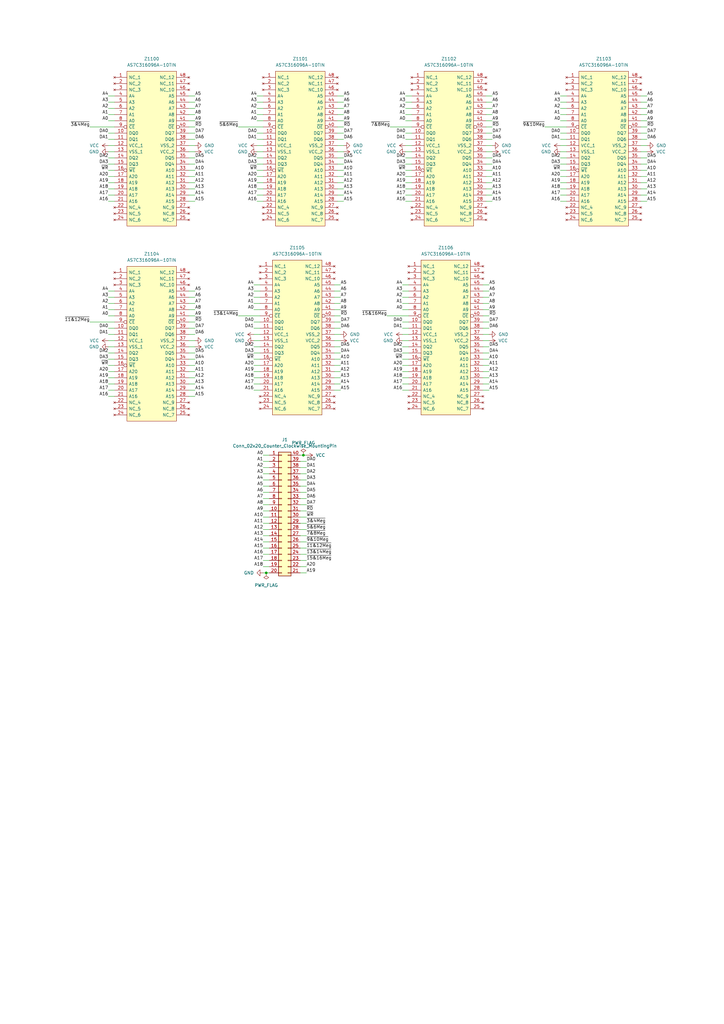
<source format=kicad_sch>
(kicad_sch (version 20211123) (generator eeschema)
  (paper "A3" portrait)
  (title_block (title "JupiterAceZ180") (date "2019-09-14") (rev "Alpha") (company "Ontobus") (comment 1 "John Bradley") (comment 2 "https://creativecommons.org/licenses/by-nc-sa/4.0/") (comment 3 "Attribution-NonCommercial-ShareAlike 4.0 International License.") (comment 4 "This work is licensed under a Creative Commons "))
  (lib_symbols
    (symbol "Connector_Generic:Conn_02x20_Counter_Clockwise" (pin_names (offset 1.016) hide)
      (property "Reference" "J" (at 1.27 25.4 0))
      (property "Value" "Conn_02x20_Counter_Clockwise" (at 1.27 -27.94 0))
      (symbol "Conn_02x20_Counter_Clockwise_1_1"
        (rectangle (start -1.27 -25.273) (end 0 -25.527) (stroke (width 0.1524)))
        (rectangle (start -1.27 -22.733) (end 0 -22.987) (stroke (width 0.1524)))
        (rectangle (start -1.27 -20.193) (end 0 -20.447) (stroke (width 0.1524)))
        (rectangle (start -1.27 -17.653) (end 0 -17.907) (stroke (width 0.1524)))
        (rectangle (start -1.27 -15.113) (end 0 -15.367) (stroke (width 0.1524)))
        (rectangle (start -1.27 -12.573) (end 0 -12.827) (stroke (width 0.1524)))
        (rectangle (start -1.27 -10.033) (end 0 -10.287) (stroke (width 0.1524)))
        (rectangle (start -1.27 -7.493) (end 0 -7.747) (stroke (width 0.1524)))
        (rectangle (start -1.27 -4.953) (end 0 -5.207) (stroke (width 0.1524)))
        (rectangle (start -1.27 -2.413) (end 0 -2.667) (stroke (width 0.1524)))
        (rectangle (start -1.27 0.127) (end 0 -0.127) (stroke (width 0.1524)))
        (rectangle (start -1.27 2.667) (end 0 2.413) (stroke (width 0.1524)))
        (rectangle (start -1.27 5.207) (end 0 4.953) (stroke (width 0.1524)))
        (rectangle (start -1.27 7.747) (end 0 7.493) (stroke (width 0.1524)))
        (rectangle (start -1.27 10.287) (end 0 10.033) (stroke (width 0.1524)))
        (rectangle (start -1.27 12.827) (end 0 12.573) (stroke (width 0.1524)))
        (rectangle (start -1.27 15.367) (end 0 15.113) (stroke (width 0.1524)))
        (rectangle (start -1.27 17.907) (end 0 17.653) (stroke (width 0.1524)))
        (rectangle (start -1.27 20.447) (end 0 20.193) (stroke (width 0.1524)))
        (rectangle (start -1.27 22.987) (end 0 22.733) (stroke (width 0.1524)))
        (rectangle (start -1.27 24.13) (end 3.81 -26.67) (stroke (width 0.254)) (fill (type background)))
        (rectangle (start 3.81 -25.273) (end 2.54 -25.527) (stroke (width 0.1524)))
        (rectangle (start 3.81 -22.733) (end 2.54 -22.987) (stroke (width 0.1524)))
        (rectangle (start 3.81 -20.193) (end 2.54 -20.447) (stroke (width 0.1524)))
        (rectangle (start 3.81 -17.653) (end 2.54 -17.907) (stroke (width 0.1524)))
        (rectangle (start 3.81 -15.113) (end 2.54 -15.367) (stroke (width 0.1524)))
        (rectangle (start 3.81 -12.573) (end 2.54 -12.827) (stroke (width 0.1524)))
        (rectangle (start 3.81 -10.033) (end 2.54 -10.287) (stroke (width 0.1524)))
        (rectangle (start 3.81 -7.493) (end 2.54 -7.747) (stroke (width 0.1524)))
        (rectangle (start 3.81 -4.953) (end 2.54 -5.207) (stroke (width 0.1524)))
        (rectangle (start 3.81 -2.413) (end 2.54 -2.667) (stroke (width 0.1524)))
        (rectangle (start 3.81 0.127) (end 2.54 -0.127) (stroke (width 0.1524)))
        (rectangle (start 3.81 2.667) (end 2.54 2.413) (stroke (width 0.1524)))
        (rectangle (start 3.81 5.207) (end 2.54 4.953) (stroke (width 0.1524)))
        (rectangle (start 3.81 7.747) (end 2.54 7.493) (stroke (width 0.1524)))
        (rectangle (start 3.81 10.287) (end 2.54 10.033) (stroke (width 0.1524)))
        (rectangle (start 3.81 12.827) (end 2.54 12.573) (stroke (width 0.1524)))
        (rectangle (start 3.81 15.367) (end 2.54 15.113) (stroke (width 0.1524)))
        (rectangle (start 3.81 17.907) (end 2.54 17.653) (stroke (width 0.1524)))
        (rectangle (start 3.81 20.447) (end 2.54 20.193) (stroke (width 0.1524)))
        (rectangle (start 3.81 22.987) (end 2.54 22.733) (stroke (width 0.1524)))
        (pin passive line (at -5.08 22.86 0) (length 3.81) (name "Pin_1") (number "1"))
        (pin passive line (at -5.08 0 0) (length 3.81) (name "Pin_10") (number "10"))
        (pin passive line (at -5.08 -2.54 0) (length 3.81) (name "Pin_11") (number "11"))
        (pin passive line (at -5.08 -5.08 0) (length 3.81) (name "Pin_12") (number "12"))
        (pin passive line (at -5.08 -7.62 0) (length 3.81) (name "Pin_13") (number "13"))
        (pin passive line (at -5.08 -10.16 0) (length 3.81) (name "Pin_14") (number "14"))
        (pin passive line (at -5.08 -12.7 0) (length 3.81) (name "Pin_15") (number "15"))
        (pin passive line (at -5.08 -15.24 0) (length 3.81) (name "Pin_16") (number "16"))
        (pin passive line (at -5.08 -17.78 0) (length 3.81) (name "Pin_17") (number "17"))
        (pin passive line (at -5.08 -20.32 0) (length 3.81) (name "Pin_18") (number "18"))
        (pin passive line (at -5.08 -22.86 0) (length 3.81) (name "Pin_19") (number "19"))
        (pin passive line (at -5.08 20.32 0) (length 3.81) (name "Pin_2") (number "2"))
        (pin passive line (at -5.08 -25.4 0) (length 3.81) (name "Pin_20") (number "20"))
        (pin passive line (at 7.62 -25.4 180) (length 3.81) (name "Pin_21") (number "21"))
        (pin passive line (at 7.62 -22.86 180) (length 3.81) (name "Pin_22") (number "22"))
        (pin passive line (at 7.62 -20.32 180) (length 3.81) (name "Pin_23") (number "23"))
        (pin passive line (at 7.62 -17.78 180) (length 3.81) (name "Pin_24") (number "24"))
        (pin passive line (at 7.62 -15.24 180) (length 3.81) (name "Pin_25") (number "25"))
        (pin passive line (at 7.62 -12.7 180) (length 3.81) (name "Pin_26") (number "26"))
        (pin passive line (at 7.62 -10.16 180) (length 3.81) (name "Pin_27") (number "27"))
        (pin passive line (at 7.62 -7.62 180) (length 3.81) (name "Pin_28") (number "28"))
        (pin passive line (at 7.62 -5.08 180) (length 3.81) (name "Pin_29") (number "29"))
        (pin passive line (at -5.08 17.78 0) (length 3.81) (name "Pin_3") (number "3"))
        (pin passive line (at 7.62 -2.54 180) (length 3.81) (name "Pin_30") (number "30"))
        (pin passive line (at 7.62 0 180) (length 3.81) (name "Pin_31") (number "31"))
        (pin passive line (at 7.62 2.54 180) (length 3.81) (name "Pin_32") (number "32"))
        (pin passive line (at 7.62 5.08 180) (length 3.81) (name "Pin_33") (number "33"))
        (pin passive line (at 7.62 7.62 180) (length 3.81) (name "Pin_34") (number "34"))
        (pin passive line (at 7.62 10.16 180) (length 3.81) (name "Pin_35") (number "35"))
        (pin passive line (at 7.62 12.7 180) (length 3.81) (name "Pin_36") (number "36"))
        (pin passive line (at 7.62 15.24 180) (length 3.81) (name "Pin_37") (number "37"))
        (pin passive line (at 7.62 17.78 180) (length 3.81) (name "Pin_38") (number "38"))
        (pin passive line (at 7.62 20.32 180) (length 3.81) (name "Pin_39") (number "39"))
        (pin passive line (at -5.08 15.24 0) (length 3.81) (name "Pin_4") (number "4"))
        (pin passive line (at 7.62 22.86 180) (length 3.81) (name "Pin_40") (number "40"))
        (pin passive line (at -5.08 12.7 0) (length 3.81) (name "Pin_5") (number "5"))
        (pin passive line (at -5.08 10.16 0) (length 3.81) (name "Pin_6") (number "6"))
        (pin passive line (at -5.08 7.62 0) (length 3.81) (name "Pin_7") (number "7"))
        (pin passive line (at -5.08 5.08 0) (length 3.81) (name "Pin_8") (number "8"))
        (pin passive line (at -5.08 2.54 0) (length 3.81) (name "Pin_9") (number "9"))
      )
    )
    (symbol "SamacSys_Parts:AS7C316096A-10TIN" (pin_names (offset 0.762))
      (property "Reference" "IC" (at 26.67 7.62 0))
      (property "Value" "SamacSys_Parts_AS7C316096A-10TIN" (at 26.67 5.08 0))
      (symbol "AS7C316096A-10TIN_0_0"
        (pin no_connect line (at 0 0 0) (length 5.08) (name "NC_1") (number "1"))
        (pin bidirectional line (at 0 -22.86 0) (length 5.08) (name "DQ0") (number "10"))
        (pin bidirectional line (at 0 -25.4 0) (length 5.08) (name "DQ1") (number "11"))
        (pin power_in line (at 0 -27.94 0) (length 5.08) (name "VCC_1") (number "12"))
        (pin power_in line (at 0 -30.48 0) (length 5.08) (name "VSS_1") (number "13"))
        (pin bidirectional line (at 0 -33.02 0) (length 5.08) (name "DQ2") (number "14"))
        (pin bidirectional line (at 0 -35.56 0) (length 5.08) (name "DQ3") (number "15"))
        (pin input inverted (at 0 -38.1 0) (length 5.08) (name "~{WE}") (number "16"))
        (pin bidirectional line (at 0 -40.64 0) (length 5.08) (name "A20") (number "17"))
        (pin bidirectional line (at 0 -43.18 0) (length 5.08) (name "A19") (number "18"))
        (pin bidirectional line (at 0 -45.72 0) (length 5.08) (name "A18") (number "19"))
        (pin no_connect line (at 0 -2.54 0) (length 5.08) (name "NC_2") (number "2"))
        (pin bidirectional line (at 0 -48.26 0) (length 5.08) (name "A17") (number "20"))
        (pin bidirectional line (at 0 -50.8 0) (length 5.08) (name "A16") (number "21"))
        (pin no_connect line (at 0 -53.34 0) (length 5.08) (name "NC_4") (number "22"))
        (pin no_connect line (at 0 -55.88 0) (length 5.08) (name "NC_5") (number "23"))
        (pin no_connect line (at 0 -58.42 0) (length 5.08) (name "NC_6") (number "24"))
        (pin no_connect line (at 30.48 -58.42 180) (length 5.08) (name "NC_7") (number "25"))
        (pin no_connect line (at 30.48 -55.88 180) (length 5.08) (name "NC_8") (number "26"))
        (pin no_connect line (at 30.48 -53.34 180) (length 5.08) (name "NC_9") (number "27"))
        (pin bidirectional line (at 30.48 -50.8 180) (length 5.08) (name "A15") (number "28"))
        (pin bidirectional line (at 30.48 -48.26 180) (length 5.08) (name "A14") (number "29"))
        (pin no_connect line (at 0 -5.08 0) (length 5.08) (name "NC_3") (number "3"))
        (pin bidirectional line (at 30.48 -45.72 180) (length 5.08) (name "A13") (number "30"))
        (pin bidirectional line (at 30.48 -43.18 180) (length 5.08) (name "A12") (number "31"))
        (pin bidirectional line (at 30.48 -40.64 180) (length 5.08) (name "A11") (number "32"))
        (pin bidirectional line (at 30.48 -38.1 180) (length 5.08) (name "A10") (number "33"))
        (pin bidirectional line (at 30.48 -35.56 180) (length 5.08) (name "DQ4") (number "34"))
        (pin bidirectional line (at 30.48 -33.02 180) (length 5.08) (name "DQ5") (number "35"))
        (pin power_in line (at 30.48 -30.48 180) (length 5.08) (name "VCC_2") (number "36"))
        (pin power_in line (at 30.48 -27.94 180) (length 5.08) (name "VSS_2") (number "37"))
        (pin bidirectional line (at 30.48 -25.4 180) (length 5.08) (name "DQ6") (number "38"))
        (pin bidirectional line (at 30.48 -22.86 180) (length 5.08) (name "DQ7") (number "39"))
        (pin input line (at 0 -7.62 0) (length 5.08) (name "A4") (number "4"))
        (pin input inverted (at 30.48 -20.32 180) (length 5.08) (name "~{OE}") (number "40"))
        (pin input line (at 30.48 -17.78 180) (length 5.08) (name "A9") (number "41"))
        (pin input line (at 30.48 -15.24 180) (length 5.08) (name "A8") (number "42"))
        (pin input line (at 30.48 -12.7 180) (length 5.08) (name "A7") (number "43"))
        (pin input line (at 30.48 -10.16 180) (length 5.08) (name "A6") (number "44"))
        (pin input line (at 30.48 -7.62 180) (length 5.08) (name "A5") (number "45"))
        (pin no_connect line (at 30.48 -5.08 180) (length 5.08) (name "NC_10") (number "46"))
        (pin no_connect line (at 30.48 -2.54 180) (length 5.08) (name "NC_11") (number "47"))
        (pin no_connect line (at 30.48 0 180) (length 5.08) (name "NC_12") (number "48"))
        (pin input line (at 0 -10.16 0) (length 5.08) (name "A3") (number "5"))
        (pin input line (at 0 -12.7 0) (length 5.08) (name "A2") (number "6"))
        (pin input line (at 0 -15.24 0) (length 5.08) (name "A1") (number "7"))
        (pin input line (at 0 -17.78 0) (length 5.08) (name "A0") (number "8"))
        (pin bidirectional inverted (at 0 -20.32 0) (length 5.08) (name "~{CE}") (number "9"))
      )
      (symbol "AS7C316096A-10TIN_0_1"
        (polyline (pts (xy 5.08 2.54) (xy 25.4 2.54) (xy 25.4 -60.96) (xy 5.08 -60.96) (xy 5.08 2.54)) (stroke (width 0.1524)) (fill (type background)))
      )
    )
    (symbol "power:GND" (power) (pin_names (offset 0))
      (property "Value" "GND" (at 0 -3.81 0))
      (symbol "GND_0_1"
        (polyline (pts (xy 0 0) (xy 0 -1.27) (xy 1.27 -1.27) (xy 0 -2.54) (xy -1.27 -1.27) (xy 0 -1.27)))
      )
      (symbol "GND_1_1"
        (pin power_in line (at 0 0 270) (length 0) hide (name "GND") (number "1"))
      )
    )
    (symbol "power:PWR_FLAG" (power) (pin_numbers hide) (pin_names (offset 0) hide)
      (property "Value" "PWR_FLAG" (at 0 3.81 0))
      (symbol "PWR_FLAG_0_0"
        (pin power_out line (at 0 0 90) (length 0) (name "pwr") (number "1"))
      )
      (symbol "PWR_FLAG_0_1"
        (polyline (pts (xy 0 0) (xy 0 1.27) (xy -1.016 1.905) (xy 0 2.54) (xy 1.016 1.905) (xy 0 1.27)))
      )
    )
    (symbol "power:VCC" (power) (pin_names (offset 0))
      (property "Value" "VCC" (at 0 3.81 0))
      (symbol "VCC_0_1"
        (polyline (pts (xy -0.762 1.27) (xy 0 2.54)))
        (polyline (pts (xy 0 0) (xy 0 2.54)))
        (polyline (pts (xy 0 2.54) (xy 0.762 1.27)))
      )
      (symbol "VCC_1_1"
        (pin power_in line (at 0 0 90) (length 0) hide (name "VCC") (number "1"))
      )
    )
  )
  (junction (at 124.46 186.69))
  (junction (at 109.22 234.95))
  (wire (pts (xy 140.97 77.47) (xy 138.43 77.47)))
  (wire (pts (xy 138.43 44.45) (xy 140.97 44.45)))
  (wire (pts (xy 46.99 149.86) (xy 44.45 149.86)))
  (wire (pts (xy 123.19 194.31) (xy 125.73 194.31)))
  (wire (pts (xy 199.39 41.91) (xy 201.93 41.91)))
  (wire (pts (xy 107.95 229.87) (xy 110.49 229.87)))
  (wire (pts (xy 107.95 54.61) (xy 105.41 54.61)))
  (wire (pts (xy 77.47 124.46) (xy 80.01 124.46)))
  (wire (pts (xy 166.37 62.23) (xy 168.91 62.23)))
  (wire (pts (xy 46.99 139.7) (xy 44.45 139.7)))
  (wire (pts (xy 46.99 44.45) (xy 44.45 44.45)))
  (wire (pts (xy 77.47 72.39) (xy 80.01 72.39)))
  (wire (pts (xy 44.45 157.48) (xy 46.99 157.48)))
  (wire (pts (xy 262.89 64.77) (xy 265.43 64.77)))
  (wire (pts (xy 107.95 46.99) (xy 105.41 46.99)))
  (wire (pts (xy 168.91 67.31) (xy 166.37 67.31)))
  (wire (pts (xy 262.89 69.85) (xy 265.43 69.85)))
  (wire (pts (xy 201.93 59.69) (xy 199.39 59.69)))
  (wire (pts (xy 104.14 154.94) (xy 106.68 154.94)))
  (wire (pts (xy 125.73 219.71) (xy 123.19 219.71)))
  (wire (pts (xy 107.95 222.25) (xy 110.49 222.25)))
  (wire (pts (xy 199.39 62.23) (xy 201.93 62.23)))
  (wire (pts (xy 168.91 54.61) (xy 166.37 54.61)))
  (wire (pts (xy 123.19 186.69) (xy 124.46 186.69)))
  (wire (pts (xy 106.68 124.46) (xy 104.14 124.46)))
  (wire (pts (xy 105.41 77.47) (xy 107.95 77.47)))
  (wire (pts (xy 77.47 46.99) (xy 80.01 46.99)))
  (wire (pts (xy 106.68 147.32) (xy 104.14 147.32)))
  (wire (pts (xy 123.19 207.01) (xy 125.73 207.01)))
  (wire (pts (xy 198.12 152.4) (xy 200.66 152.4)))
  (wire (pts (xy 262.89 46.99) (xy 265.43 46.99)))
  (wire (pts (xy 232.41 67.31) (xy 229.87 67.31)))
  (wire (pts (xy 107.95 64.77) (xy 105.41 64.77)))
  (wire (pts (xy 229.87 74.93) (xy 232.41 74.93)))
  (wire (pts (xy 168.91 44.45) (xy 166.37 44.45)))
  (wire (pts (xy 167.64 119.38) (xy 165.1 119.38)))
  (wire (pts (xy 46.99 59.69) (xy 44.45 59.69)))
  (wire (pts (xy 80.01 160.02) (xy 77.47 160.02)))
  (wire (pts (xy 125.73 232.41) (xy 123.19 232.41)))
  (wire (pts (xy 262.89 67.31) (xy 265.43 67.31)))
  (wire (pts (xy 123.19 204.47) (xy 125.73 204.47)))
  (wire (pts (xy 44.45 62.23) (xy 46.99 62.23)))
  (wire (pts (xy 199.39 52.07) (xy 201.93 52.07)))
  (wire (pts (xy 110.49 209.55) (xy 107.95 209.55)))
  (wire (pts (xy 232.41 39.37) (xy 229.87 39.37)))
  (wire (pts (xy 110.49 204.47) (xy 107.95 204.47)))
  (wire (pts (xy 200.66 137.16) (xy 198.12 137.16)))
  (wire (pts (xy 201.93 80.01) (xy 199.39 80.01)))
  (wire (pts (xy 167.64 144.78) (xy 165.1 144.78)))
  (wire (pts (xy 106.68 116.84) (xy 104.14 116.84)))
  (wire (pts (xy 198.12 127) (xy 200.66 127)))
  (wire (pts (xy 110.49 196.85) (xy 107.95 196.85)))
  (wire (pts (xy 46.99 119.38) (xy 44.45 119.38)))
  (wire (pts (xy 105.41 74.93) (xy 107.95 74.93)))
  (wire (pts (xy 125.73 227.33) (xy 123.19 227.33)))
  (wire (pts (xy 77.47 142.24) (xy 80.01 142.24)))
  (wire (pts (xy 125.73 229.87) (xy 123.19 229.87)))
  (wire (pts (xy 166.37 77.47) (xy 168.91 77.47)))
  (wire (pts (xy 125.73 222.25) (xy 123.19 222.25)))
  (wire (pts (xy 107.95 224.79) (xy 110.49 224.79)))
  (wire (pts (xy 232.41 44.45) (xy 229.87 44.45)))
  (wire (pts (xy 199.39 72.39) (xy 201.93 72.39)))
  (wire (pts (xy 201.93 77.47) (xy 199.39 77.47)))
  (wire (pts (xy 198.12 121.92) (xy 200.66 121.92)))
  (wire (pts (xy 167.64 121.92) (xy 165.1 121.92)))
  (wire (pts (xy 262.89 49.53) (xy 265.43 49.53)))
  (wire (pts (xy 168.91 46.99) (xy 166.37 46.99)))
  (wire (pts (xy 168.91 59.69) (xy 166.37 59.69)))
  (wire (pts (xy 123.19 209.55) (xy 125.73 209.55)))
  (wire (pts (xy 77.47 129.54) (xy 80.01 129.54)))
  (wire (pts (xy 110.49 212.09) (xy 107.95 212.09)))
  (wire (pts (xy 44.45 74.93) (xy 46.99 74.93)))
  (wire (pts (xy 80.01 59.69) (xy 77.47 59.69)))
  (wire (pts (xy 77.47 74.93) (xy 80.01 74.93)))
  (wire (pts (xy 110.49 194.31) (xy 107.95 194.31)))
  (wire (pts (xy 168.91 41.91) (xy 166.37 41.91)))
  (wire (pts (xy 138.43 39.37) (xy 140.97 39.37)))
  (wire (pts (xy 168.91 49.53) (xy 166.37 49.53)))
  (wire (pts (xy 138.43 74.93) (xy 140.97 74.93)))
  (wire (pts (xy 80.01 162.56) (xy 77.47 162.56)))
  (wire (pts (xy 104.14 139.7) (xy 106.68 139.7)))
  (wire (pts (xy 167.64 116.84) (xy 165.1 116.84)))
  (wire (pts (xy 107.95 59.69) (xy 105.41 59.69)))
  (wire (pts (xy 138.43 67.31) (xy 140.97 67.31)))
  (wire (pts (xy 198.12 134.62) (xy 200.66 134.62)))
  (wire (pts (xy 80.01 77.47) (xy 77.47 77.47)))
  (wire (pts (xy 80.01 80.01) (xy 77.47 80.01)))
  (wire (pts (xy 167.64 124.46) (xy 165.1 124.46)))
  (wire (pts (xy 105.41 82.55) (xy 107.95 82.55)))
  (wire (pts (xy 137.16 152.4) (xy 139.7 152.4)))
  (wire (pts (xy 140.97 59.69) (xy 138.43 59.69)))
  (wire (pts (xy 158.75 129.54) (xy 167.64 129.54)))
  (wire (pts (xy 198.12 124.46) (xy 200.66 124.46)))
  (wire (pts (xy 138.43 69.85) (xy 140.97 69.85)))
  (wire (pts (xy 77.47 119.38) (xy 80.01 119.38)))
  (wire (pts (xy 229.87 82.55) (xy 232.41 82.55)))
  (wire (pts (xy 140.97 82.55) (xy 138.43 82.55)))
  (wire (pts (xy 46.99 64.77) (xy 44.45 64.77)))
  (wire (pts (xy 137.16 134.62) (xy 139.7 134.62)))
  (wire (pts (xy 46.99 49.53) (xy 44.45 49.53)))
  (wire (pts (xy 198.12 129.54) (xy 200.66 129.54)))
  (wire (pts (xy 104.14 152.4) (xy 106.68 152.4)))
  (wire (pts (xy 106.68 119.38) (xy 104.14 119.38)))
  (wire (pts (xy 36.83 132.08) (xy 46.99 132.08)))
  (wire (pts (xy 44.45 162.56) (xy 46.99 162.56)))
  (wire (pts (xy 137.16 124.46) (xy 139.7 124.46)))
  (wire (pts (xy 77.47 127) (xy 80.01 127)))
  (wire (pts (xy 106.68 137.16) (xy 104.14 137.16)))
  (wire (pts (xy 232.41 46.99) (xy 229.87 46.99)))
  (wire (pts (xy 138.43 52.07) (xy 140.97 52.07)))
  (wire (pts (xy 232.41 54.61) (xy 229.87 54.61)))
  (wire (pts (xy 200.66 160.02) (xy 198.12 160.02)))
  (wire (pts (xy 44.45 72.39) (xy 46.99 72.39)))
  (wire (pts (xy 200.66 154.94) (xy 198.12 154.94)))
  (wire (pts (xy 80.01 157.48) (xy 77.47 157.48)))
  (wire (pts (xy 265.43 82.55) (xy 262.89 82.55)))
  (wire (pts (xy 110.49 201.93) (xy 107.95 201.93)))
  (wire (pts (xy 104.14 149.86) (xy 106.68 149.86)))
  (wire (pts (xy 107.95 44.45) (xy 105.41 44.45)))
  (wire (pts (xy 223.52 52.07) (xy 232.41 52.07)))
  (wire (pts (xy 77.47 57.15) (xy 80.01 57.15)))
  (wire (pts (xy 138.43 46.99) (xy 140.97 46.99)))
  (wire (pts (xy 44.45 154.94) (xy 46.99 154.94)))
  (wire (pts (xy 137.16 132.08) (xy 139.7 132.08)))
  (wire (pts (xy 77.47 44.45) (xy 80.01 44.45)))
  (wire (pts (xy 97.79 52.07) (xy 107.95 52.07)))
  (wire (pts (xy 198.12 144.78) (xy 200.66 144.78)))
  (wire (pts (xy 46.99 67.31) (xy 44.45 67.31)))
  (wire (pts (xy 44.45 80.01) (xy 46.99 80.01)))
  (wire (pts (xy 165.1 160.02) (xy 167.64 160.02)))
  (wire (pts (xy 265.43 80.01) (xy 262.89 80.01)))
  (wire (pts (xy 46.99 137.16) (xy 44.45 137.16)))
  (wire (pts (xy 138.43 49.53) (xy 140.97 49.53)))
  (wire (pts (xy 46.99 134.62) (xy 44.45 134.62)))
  (wire (pts (xy 199.39 44.45) (xy 201.93 44.45)))
  (wire (pts (xy 139.7 154.94) (xy 137.16 154.94)))
  (wire (pts (xy 232.41 49.53) (xy 229.87 49.53)))
  (wire (pts (xy 265.43 77.47) (xy 262.89 77.47)))
  (wire (pts (xy 167.64 132.08) (xy 165.1 132.08)))
  (wire (pts (xy 160.02 52.07) (xy 168.91 52.07)))
  (wire (pts (xy 137.16 147.32) (xy 139.7 147.32)))
  (wire (pts (xy 262.89 74.93) (xy 265.43 74.93)))
  (wire (pts (xy 46.99 39.37) (xy 44.45 39.37)))
  (wire (pts (xy 77.47 39.37) (xy 80.01 39.37)))
  (wire (pts (xy 80.01 82.55) (xy 77.47 82.55)))
  (wire (pts (xy 198.12 139.7) (xy 200.66 139.7)))
  (wire (pts (xy 232.41 59.69) (xy 229.87 59.69)))
  (wire (pts (xy 165.1 149.86) (xy 167.64 149.86)))
  (wire (pts (xy 167.64 134.62) (xy 165.1 134.62)))
  (wire (pts (xy 46.99 147.32) (xy 44.45 147.32)))
  (wire (pts (xy 46.99 144.78) (xy 44.45 144.78)))
  (wire (pts (xy 262.89 52.07) (xy 265.43 52.07)))
  (wire (pts (xy 138.43 57.15) (xy 140.97 57.15)))
  (wire (pts (xy 97.79 129.54) (xy 106.68 129.54)))
  (wire (pts (xy 77.47 62.23) (xy 80.01 62.23)))
  (wire (pts (xy 105.41 72.39) (xy 107.95 72.39)))
  (wire (pts (xy 77.47 154.94) (xy 80.01 154.94)))
  (wire (pts (xy 168.91 39.37) (xy 166.37 39.37)))
  (wire (pts (xy 139.7 157.48) (xy 137.16 157.48)))
  (wire (pts (xy 44.45 77.47) (xy 46.99 77.47)))
  (wire (pts (xy 137.16 149.86) (xy 139.7 149.86)))
  (wire (pts (xy 123.19 199.39) (xy 125.73 199.39)))
  (wire (pts (xy 106.68 132.08) (xy 104.14 132.08)))
  (wire (pts (xy 110.49 207.01) (xy 107.95 207.01)))
  (wire (pts (xy 201.93 82.55) (xy 199.39 82.55)))
  (wire (pts (xy 106.68 142.24) (xy 104.14 142.24)))
  (wire (pts (xy 109.22 234.95) (xy 110.49 234.95)))
  (wire (pts (xy 106.68 127) (xy 104.14 127)))
  (wire (pts (xy 77.47 52.07) (xy 80.01 52.07)))
  (wire (pts (xy 166.37 82.55) (xy 168.91 82.55)))
  (wire (pts (xy 123.19 201.93) (xy 125.73 201.93)))
  (wire (pts (xy 46.99 46.99) (xy 44.45 46.99)))
  (wire (pts (xy 198.12 142.24) (xy 200.66 142.24)))
  (wire (pts (xy 107.95 219.71) (xy 110.49 219.71)))
  (wire (pts (xy 165.1 157.48) (xy 167.64 157.48)))
  (wire (pts (xy 107.95 49.53) (xy 105.41 49.53)))
  (wire (pts (xy 198.12 116.84) (xy 200.66 116.84)))
  (wire (pts (xy 77.47 121.92) (xy 80.01 121.92)))
  (wire (pts (xy 123.19 191.77) (xy 125.73 191.77)))
  (wire (pts (xy 110.49 186.69) (xy 107.95 186.69)))
  (wire (pts (xy 46.99 127) (xy 44.45 127)))
  (wire (pts (xy 125.73 234.95) (xy 123.19 234.95)))
  (wire (pts (xy 199.39 49.53) (xy 201.93 49.53)))
  (wire (pts (xy 262.89 62.23) (xy 265.43 62.23)))
  (wire (pts (xy 137.16 119.38) (xy 139.7 119.38)))
  (wire (pts (xy 77.47 49.53) (xy 80.01 49.53)))
  (wire (pts (xy 139.7 160.02) (xy 137.16 160.02)))
  (wire (pts (xy 125.73 217.17) (xy 123.19 217.17)))
  (wire (pts (xy 229.87 77.47) (xy 232.41 77.47)))
  (wire (pts (xy 123.19 212.09) (xy 125.73 212.09)))
  (wire (pts (xy 167.64 147.32) (xy 165.1 147.32)))
  (wire (pts (xy 229.87 72.39) (xy 232.41 72.39)))
  (wire (pts (xy 199.39 74.93) (xy 201.93 74.93)))
  (wire (pts (xy 110.49 199.39) (xy 107.95 199.39)))
  (wire (pts (xy 168.91 69.85) (xy 166.37 69.85)))
  (wire (pts (xy 44.45 160.02) (xy 46.99 160.02)))
  (wire (pts (xy 229.87 62.23) (xy 232.41 62.23)))
  (wire (pts (xy 107.95 57.15) (xy 105.41 57.15)))
  (wire (pts (xy 36.83 52.07) (xy 46.99 52.07)))
  (wire (pts (xy 46.99 54.61) (xy 44.45 54.61)))
  (wire (pts (xy 46.99 57.15) (xy 44.45 57.15)))
  (wire (pts (xy 106.68 121.92) (xy 104.14 121.92)))
  (wire (pts (xy 137.16 139.7) (xy 139.7 139.7)))
  (wire (pts (xy 262.89 44.45) (xy 265.43 44.45)))
  (wire (pts (xy 165.1 154.94) (xy 167.64 154.94)))
  (wire (pts (xy 198.12 147.32) (xy 200.66 147.32)))
  (wire (pts (xy 199.39 46.99) (xy 201.93 46.99)))
  (wire (pts (xy 80.01 139.7) (xy 77.47 139.7)))
  (wire (pts (xy 262.89 57.15) (xy 265.43 57.15)))
  (wire (pts (xy 166.37 72.39) (xy 168.91 72.39)))
  (wire (pts (xy 110.49 191.77) (xy 107.95 191.77)))
  (wire (pts (xy 262.89 41.91) (xy 265.43 41.91)))
  (wire (pts (xy 199.39 64.77) (xy 201.93 64.77)))
  (wire (pts (xy 46.99 41.91) (xy 44.45 41.91)))
  (wire (pts (xy 125.73 214.63) (xy 123.19 214.63)))
  (wire (pts (xy 44.45 142.24) (xy 46.99 142.24)))
  (wire (pts (xy 77.47 69.85) (xy 80.01 69.85)))
  (wire (pts (xy 137.16 142.24) (xy 139.7 142.24)))
  (wire (pts (xy 165.1 152.4) (xy 167.64 152.4)))
  (wire (pts (xy 77.47 54.61) (xy 80.01 54.61)))
  (wire (pts (xy 77.47 64.77) (xy 80.01 64.77)))
  (wire (pts (xy 107.95 41.91) (xy 105.41 41.91)))
  (wire (pts (xy 262.89 39.37) (xy 265.43 39.37)))
  (wire (pts (xy 198.12 119.38) (xy 200.66 119.38)))
  (wire (pts (xy 77.47 147.32) (xy 80.01 147.32)))
  (wire (pts (xy 77.47 144.78) (xy 80.01 144.78)))
  (wire (pts (xy 168.91 64.77) (xy 166.37 64.77)))
  (wire (pts (xy 107.95 232.41) (xy 110.49 232.41)))
  (wire (pts (xy 46.99 121.92) (xy 44.45 121.92)))
  (wire (pts (xy 44.45 82.55) (xy 46.99 82.55)))
  (wire (pts (xy 140.97 80.01) (xy 138.43 80.01)))
  (wire (pts (xy 110.49 189.23) (xy 107.95 189.23)))
  (wire (pts (xy 46.99 129.54) (xy 44.45 129.54)))
  (wire (pts (xy 77.47 41.91) (xy 80.01 41.91)))
  (wire (pts (xy 138.43 72.39) (xy 140.97 72.39)))
  (wire (pts (xy 232.41 41.91) (xy 229.87 41.91)))
  (wire (pts (xy 123.19 189.23) (xy 125.73 189.23)))
  (wire (pts (xy 199.39 67.31) (xy 201.93 67.31)))
  (wire (pts (xy 77.47 134.62) (xy 80.01 134.62)))
  (wire (pts (xy 110.49 214.63) (xy 107.95 214.63)))
  (wire (pts (xy 137.16 127) (xy 139.7 127)))
  (wire (pts (xy 137.16 129.54) (xy 139.7 129.54)))
  (wire (pts (xy 77.47 149.86) (xy 80.01 149.86)))
  (wire (pts (xy 229.87 80.01) (xy 232.41 80.01)))
  (wire (pts (xy 262.89 72.39) (xy 265.43 72.39)))
  (wire (pts (xy 138.43 41.91) (xy 140.97 41.91)))
  (wire (pts (xy 123.19 196.85) (xy 125.73 196.85)))
  (wire (pts (xy 105.41 80.01) (xy 107.95 80.01)))
  (wire (pts (xy 137.16 116.84) (xy 139.7 116.84)))
  (wire (pts (xy 166.37 80.01) (xy 168.91 80.01)))
  (wire (pts (xy 107.95 69.85) (xy 105.41 69.85)))
  (wire (pts (xy 232.41 64.77) (xy 229.87 64.77)))
  (wire (pts (xy 46.99 69.85) (xy 44.45 69.85)))
  (wire (pts (xy 110.49 217.17) (xy 107.95 217.17)))
  (wire (pts (xy 138.43 64.77) (xy 140.97 64.77)))
  (wire (pts (xy 265.43 59.69) (xy 262.89 59.69)))
  (wire (pts (xy 199.39 54.61) (xy 201.93 54.61)))
  (wire (pts (xy 232.41 57.15) (xy 229.87 57.15)))
  (wire (pts (xy 137.16 121.92) (xy 139.7 121.92)))
  (wire (pts (xy 165.1 139.7) (xy 167.64 139.7)))
  (wire (pts (xy 107.95 67.31) (xy 105.41 67.31)))
  (wire (pts (xy 166.37 74.93) (xy 168.91 74.93)))
  (wire (pts (xy 77.47 67.31) (xy 80.01 67.31)))
  (wire (pts (xy 125.73 224.79) (xy 123.19 224.79)))
  (wire (pts (xy 107.95 39.37) (xy 105.41 39.37)))
  (wire (pts (xy 104.14 160.02) (xy 106.68 160.02)))
  (wire (pts (xy 124.46 186.69) (xy 125.73 186.69)))
  (wire (pts (xy 77.47 137.16) (xy 80.01 137.16)))
  (wire (pts (xy 44.45 152.4) (xy 46.99 152.4)))
  (wire (pts (xy 77.47 152.4) (xy 80.01 152.4)))
  (wire (pts (xy 168.91 57.15) (xy 166.37 57.15)))
  (wire (pts (xy 107.95 234.95) (xy 109.22 234.95)))
  (wire (pts (xy 167.64 142.24) (xy 165.1 142.24)))
  (wire (pts (xy 105.41 62.23) (xy 107.95 62.23)))
  (wire (pts (xy 198.12 132.08) (xy 200.66 132.08)))
  (wire (pts (xy 137.16 144.78) (xy 139.7 144.78)))
  (wire (pts (xy 199.39 57.15) (xy 201.93 57.15)))
  (wire (pts (xy 138.43 62.23) (xy 140.97 62.23)))
  (wire (pts (xy 200.66 157.48) (xy 198.12 157.48)))
  (wire (pts (xy 262.89 54.61) (xy 265.43 54.61)))
  (wire (pts (xy 138.43 54.61) (xy 140.97 54.61)))
  (wire (pts (xy 232.41 69.85) (xy 229.87 69.85)))
  (wire (pts (xy 167.64 137.16) (xy 165.1 137.16)))
  (wire (pts (xy 199.39 69.85) (xy 201.93 69.85)))
  (wire (pts (xy 104.14 157.48) (xy 106.68 157.48)))
  (wire (pts (xy 139.7 137.16) (xy 137.16 137.16)))
  (wire (pts (xy 107.95 227.33) (xy 110.49 227.33)))
  (wire (pts (xy 198.12 149.86) (xy 200.66 149.86)))
  (wire (pts (xy 106.68 144.78) (xy 104.14 144.78)))
  (wire (pts (xy 199.39 39.37) (xy 201.93 39.37)))
  (wire (pts (xy 106.68 134.62) (xy 104.14 134.62)))
  (wire (pts (xy 167.64 127) (xy 165.1 127)))
  (wire (pts (xy 46.99 124.46) (xy 44.45 124.46)))
  (wire (pts (xy 77.47 132.08) (xy 80.01 132.08)))
  (label "A4" (at 166.37 39.37 180))
  (label "DA0" (at 125.73 189.23 0))
  (label "A13" (at 201.93 77.47 0))
  (label "~{RD}" (at 201.93 52.07 0))
  (label "DA5" (at 265.43 64.77 0))
  (label "A11" (at 80.01 72.39 0))
  (label "A10" (at 80.01 69.85 0))
  (label "A14" (at 80.01 160.02 0))
  (label "A1" (at 44.45 46.99 180))
  (label "DA7" (at 201.93 54.61 0))
  (label "DA4" (at 125.73 199.39 0))
  (label "A18" (at 44.45 157.48 180))
  (label "A1" (at 44.45 127 180))
  (label "A17" (at 229.87 80.01 180))
  (label "A5" (at 200.66 116.84 0))
  (label "DA0" (at 44.45 134.62 180))
  (label "A15" (at 80.01 82.55 0))
  (label "A7" (at 201.93 44.45 0))
  (label "A3" (at 44.45 121.92 180))
  (label "A16" (at 165.1 160.02 180))
  (label "DA7" (at 265.43 54.61 0))
  (label "A2" (at 44.45 44.45 180))
  (label "A14" (at 140.97 80.01 0))
  (label "A17" (at 166.37 80.01 180))
  (label "A0" (at 107.95 186.69 180))
  (label "~{11&12Meg}" (at 125.73 224.79 0))
  (label "A18" (at 44.45 77.47 180))
  (label "A14" (at 265.43 80.01 0))
  (label "A12" (at 80.01 154.94 0))
  (label "A11" (at 80.01 152.4 0))
  (label "A5" (at 265.43 39.37 0))
  (label "DA1" (at 165.1 134.62 180))
  (label "A20" (at 165.1 149.86 180))
  (label "A11" (at 140.97 72.39 0))
  (label "DA3" (at 229.87 67.31 180))
  (label "A13" (at 140.97 77.47 0))
  (label "A5" (at 80.01 39.37 0))
  (label "A10" (at 139.7 147.32 0))
  (label "A7" (at 107.95 204.47 180))
  (label "DA6" (at 80.01 137.16 0))
  (label "A6" (at 80.01 41.91 0))
  (label "A17" (at 44.45 80.01 180))
  (label "A6" (at 200.66 119.38 0))
  (label "A2" (at 166.37 44.45 180))
  (label "~{13&14Meg}" (at 97.79 129.54 180))
  (label "A9" (at 200.66 127 0))
  (label "A2" (at 165.1 121.92 180))
  (label "DA7" (at 80.01 54.61 0))
  (label "A17" (at 104.14 157.48 180))
  (label "A4" (at 105.41 39.37 180))
  (label "A6" (at 140.97 41.91 0))
  (label "A16" (at 107.95 227.33 180))
  (label "~{5&6Meg}" (at 97.79 52.07 180))
  (label "A19" (at 229.87 74.93 180))
  (label "~{WR}" (at 125.73 212.09 0))
  (label "A12" (at 265.43 74.93 0))
  (label "A7" (at 80.01 44.45 0))
  (label "A13" (at 80.01 157.48 0))
  (label "A8" (at 139.7 124.46 0))
  (label "A11" (at 139.7 149.86 0))
  (label "~{WR}" (at 105.41 69.85 180))
  (label "A18" (at 165.1 154.94 180))
  (label "A11" (at 107.95 214.63 180))
  (label "A15" (at 140.97 82.55 0))
  (label "A7" (at 80.01 124.46 0))
  (label "~{RD}" (at 200.66 129.54 0))
  (label "DA7" (at 140.97 54.61 0))
  (label "A0" (at 229.87 49.53 180))
  (label "DA7" (at 125.73 207.01 0))
  (label "A19" (at 44.45 74.93 180))
  (label "A16" (at 104.14 160.02 180))
  (label "DA0" (at 166.37 54.61 180))
  (label "A10" (at 80.01 149.86 0))
  (label "A11" (at 265.43 72.39 0))
  (label "A4" (at 44.45 39.37 180))
  (label "A17" (at 44.45 160.02 180))
  (label "~{RD}" (at 140.97 52.07 0))
  (label "A20" (at 105.41 72.39 180))
  (label "A20" (at 44.45 152.4 180))
  (label "A17" (at 107.95 229.87 180))
  (label "DA1" (at 229.87 57.15 180))
  (label "~{RD}" (at 139.7 129.54 0))
  (label "A10" (at 201.93 69.85 0))
  (label "DA6" (at 200.66 134.62 0))
  (label "DA4" (at 265.43 67.31 0))
  (label "~{WR}" (at 44.45 69.85 180))
  (label "DA7" (at 200.66 132.08 0))
  (label "DA2" (at 165.1 142.24 180))
  (label "A4" (at 104.14 116.84 180))
  (label "A0" (at 44.45 49.53 180))
  (label "A12" (at 80.01 74.93 0))
  (label "A20" (at 104.14 149.86 180))
  (label "A19" (at 104.14 152.4 180))
  (label "A15" (at 200.66 160.02 0))
  (label "~{9&10Meg}" (at 223.52 52.07 180))
  (label "A6" (at 265.43 41.91 0))
  (label "A15" (at 107.95 224.79 180))
  (label "~{WR}" (at 44.45 149.86 180))
  (label "DA6" (at 140.97 57.15 0))
  (label "A2" (at 107.95 191.77 180))
  (label "A12" (at 200.66 152.4 0))
  (label "DA2" (at 229.87 64.77 180))
  (label "A14" (at 201.93 80.01 0))
  (label "A20" (at 229.87 72.39 180))
  (label "A5" (at 107.95 199.39 180))
  (label "DA5" (at 125.73 201.93 0))
  (label "DA1" (at 105.41 57.15 180))
  (label "A0" (at 104.14 127 180))
  (label "~{5&6Meg}" (at 125.73 217.17 0))
  (label "~{9&10Meg}" (at 125.73 222.25 0))
  (label "A20" (at 125.73 232.41 0))
  (label "A8" (at 201.93 46.99 0))
  (label "~{RD}" (at 125.73 209.55 0))
  (label "DA3" (at 125.73 196.85 0))
  (label "DA6" (at 139.7 134.62 0))
  (label "A7" (at 200.66 121.92 0))
  (label "A9" (at 201.93 49.53 0))
  (label "~{7&8Meg}" (at 125.73 219.71 0))
  (label "~{WR}" (at 104.14 147.32 180))
  (label "A1" (at 105.41 46.99 180))
  (label "A9" (at 140.97 49.53 0))
  (label "A16" (at 44.45 162.56 180))
  (label "DA5" (at 80.01 144.78 0))
  (label "A15" (at 201.93 82.55 0))
  (label "DA6" (at 201.93 57.15 0))
  (label "A12" (at 140.97 74.93 0))
  (label "DA4" (at 80.01 67.31 0))
  (label "A12" (at 107.95 217.17 180))
  (label "A4" (at 229.87 39.37 180))
  (label "A19" (at 105.41 74.93 180))
  (label "A18" (at 104.14 154.94 180))
  (label "A19" (at 44.45 154.94 180))
  (label "DA4" (at 140.97 67.31 0))
  (label "DA4" (at 201.93 67.31 0))
  (label "A13" (at 107.95 219.71 180))
  (label "A4" (at 44.45 119.38 180))
  (label "DA1" (at 166.37 57.15 180))
  (label "DA5" (at 140.97 64.77 0))
  (label "A11" (at 201.93 72.39 0))
  (label "DA0" (at 229.87 54.61 180))
  (label "A2" (at 105.41 44.45 180))
  (label "DA6" (at 125.73 204.47 0))
  (label "A18" (at 229.87 77.47 180))
  (label "A5" (at 139.7 116.84 0))
  (label "DA4" (at 139.7 144.78 0))
  (label "DA1" (at 44.45 57.15 180))
  (label "A0" (at 44.45 129.54 180))
  (label "A6" (at 80.01 121.92 0))
  (label "A15" (at 265.43 82.55 0))
  (label "DA1" (at 104.14 134.62 180))
  (label "DA0" (at 105.41 54.61 180))
  (label "A18" (at 105.41 77.47 180))
  (label "A4" (at 107.95 196.85 180))
  (label "~{RD}" (at 80.01 132.08 0))
  (label "A16" (at 105.41 82.55 180))
  (label "DA5" (at 139.7 142.24 0))
  (label "A0" (at 105.41 49.53 180))
  (label "DA1" (at 125.73 191.77 0))
  (label "DA6" (at 265.43 57.15 0))
  (label "DA1" (at 44.45 137.16 180))
  (label "DA4" (at 80.01 147.32 0))
  (label "~{WR}" (at 165.1 147.32 180))
  (label "A19" (at 166.37 74.93 180))
  (label "A1" (at 165.1 124.46 180))
  (label "~{15&16Meg}" (at 125.73 229.87 0))
  (label "A5" (at 140.97 39.37 0))
  (label "A10" (at 140.97 69.85 0))
  (label "DA3" (at 166.37 67.31 180))
  (label "A1" (at 166.37 46.99 180))
  (label "A2" (at 229.87 44.45 180))
  (label "A14" (at 139.7 157.48 0))
  (label "DA2" (at 125.73 194.31 0))
  (label "~{11&12Meg}" (at 36.83 132.08 180))
  (label "A5" (at 201.93 39.37 0))
  (label "DA0" (at 104.14 132.08 180))
  (label "DA0" (at 165.1 132.08 180))
  (label "~{WR}" (at 166.37 69.85 180))
  (label "A11" (at 200.66 149.86 0))
  (label "A19" (at 165.1 152.4 180))
  (label "DA3" (at 165.1 144.78 180))
  (label "A6" (at 107.95 201.93 180))
  (label "A18" (at 107.95 232.41 180))
  (label "A9" (at 80.01 49.53 0))
  (label "A20" (at 44.45 72.39 180))
  (label "A17" (at 105.41 80.01 180))
  (label "DA5" (at 201.93 64.77 0))
  (label "A16" (at 166.37 82.55 180))
  (label "A18" (at 166.37 77.47 180))
  (label "DA2" (at 104.14 142.24 180))
  (label "A16" (at 229.87 82.55 180))
  (label "A2" (at 44.45 124.46 180))
  (label "A3" (at 166.37 41.91 180))
  (label "A3" (at 107.95 194.31 180))
  (label "DA3" (at 44.45 67.31 180))
  (label "~{7&8Meg}" (at 160.02 52.07 180))
  (label "A15" (at 139.7 160.02 0))
  (label "A3" (at 104.14 119.38 180))
  (label "A19" (at 125.73 234.95 0))
  (label "A3" (at 44.45 41.91 180))
  (label "A4" (at 165.1 116.84 180))
  (label "DA5" (at 80.01 64.77 0))
  (label "A6" (at 201.93 41.91 0))
  (label "A10" (at 107.95 212.09 180))
  (label "A15" (at 80.01 162.56 0))
  (label "A1" (at 229.87 46.99 180))
  (label "DA7" (at 139.7 132.08 0))
  (label "~{3&4Meg}" (at 36.83 52.07 180))
  (label "A12" (at 201.93 74.93 0))
  (label "A6" (at 139.7 119.38 0))
  (label "DA0" (at 44.45 54.61 180))
  (label "DA2" (at 44.45 144.78 180))
  (label "A0" (at 166.37 49.53 180))
  (label "A9" (at 107.95 209.55 180))
  (label "A8" (at 107.95 207.01 180))
  (label "A10" (at 265.43 69.85 0))
  (label "~{13&14Meg}" (at 125.73 227.33 0))
  (label "A12" (at 139.7 152.4 0))
  (label "A3" (at 105.41 41.91 180))
  (label "A7" (at 139.7 121.92 0))
  (label "A10" (at 200.66 147.32 0))
  (label "A17" (at 165.1 157.48 180))
  (label "A8" (at 200.66 124.46 0))
  (label "A8" (at 140.97 46.99 0))
  (label "A9" (at 80.01 129.54 0))
  (label "~{RD}" (at 80.01 52.07 0))
  (label "A20" (at 166.37 72.39 180))
  (label "A1" (at 104.14 124.46 180))
  (label "DA3" (at 105.41 67.31 180))
  (label "DA6" (at 80.01 57.15 0))
  (label "A9" (at 265.43 49.53 0))
  (label "A8" (at 80.01 46.99 0))
  (label "DA3" (at 104.14 144.78 180))
  (label "DA5" (at 200.66 142.24 0))
  (label "DA2" (at 44.45 64.77 180))
  (label "A2" (at 104.14 121.92 180))
  (label "A14" (at 200.66 157.48 0))
  (label "A14" (at 107.95 222.25 180))
  (label "A0" (at 165.1 127 180))
  (label "DA4" (at 200.66 144.78 0))
  (label "A3" (at 229.87 41.91 180))
  (label "A13" (at 265.43 77.47 0))
  (label "~{3&4Meg}" (at 125.73 214.63 0))
  (label "DA3" (at 44.45 147.32 180))
  (label "A13" (at 139.7 154.94 0))
  (label "A13" (at 200.66 154.94 0))
  (label "A5" (at 80.01 119.38 0))
  (label "A7" (at 265.43 44.45 0))
  (label "~{WR}" (at 229.87 69.85 180))
  (label "A14" (at 80.01 80.01 0))
  (label "A8" (at 80.01 127 0))
  (label "A16" (at 44.45 82.55 180))
  (label "DA2" (at 166.37 64.77 180))
  (label "A7" (at 140.97 44.45 0))
  (label "A8" (at 265.43 46.99 0))
  (label "DA7" (at 80.01 134.62 0))
  (label "DA2" (at 105.41 64.77 180))
  (label "A1" (at 107.95 189.23 180))
  (label "A13" (at 80.01 77.47 0))
  (label "A3" (at 165.1 119.38 180))
  (label "~{15&16Meg}" (at 158.75 129.54 180))
  (label "~{RD}" (at 265.43 52.07 0))
  (label "A9" (at 139.7 127 0))
  (symbol (lib_id "Connector_Generic:Conn_02x20_Counter_Clockwise") (at 115.57 209.55 0) (unit 1)
    (property "Reference" "J1" (at 116.84 180.34 0))
    (property "Value" "Conn_02x20_Counter_Clockwise_MountingPin" (at 116.84 182.88 0))
    (property "Footprint" "Connector_PinHeader_1.27mm:PinHeader_2x20_P1.27mm_Vertical" (effects hide))
  )
  (symbol (lib_id "power:VCC") (at 125.73 186.69 270) (unit 1)
    (property "Reference" "#0102" (effects hide))
    (property "Value" "VCC" (at 129.54 186.6899 90) (effects (justify left)))
  )
  (symbol (lib_id "power:GND") (at 107.95 234.95 270) (mirror x) (unit 1)
    (property "Reference" "#0101" (effects hide))
    (property "Value" "GND" (at 104.14 234.9499 90) (effects (justify right)))
  )
  (symbol (lib_id "power:PWR_FLAG") (at 109.22 234.95 0) (mirror x) (unit 1)
    (property "Reference" "#FLG0101" (effects hide))
    (property "Value" "PWR_FLAG" (at 109.22 240.03 0))
  )
  (symbol (lib_id "power:PWR_FLAG") (at 124.46 186.69 0) (unit 1)
    (property "Reference" "#FLG0102" (effects hide))
    (property "Value" "PWR_FLAG" (at 124.46 181.61 0))
  )
  (symbol (lib_id "power:GND") (at 80.01 59.69 90) (unit 1)
    (property "Reference" "#0164" (effects hide))
    (property "Value" "GND" (at 83.82 59.6899 90) (effects (justify right)))
  )
  (symbol (lib_id "power:VCC") (at 80.01 62.23 270) (unit 1)
    (property "Reference" "#0167" (effects hide))
    (property "Value" "VCC" (at 83.82 62.2299 90) (effects (justify left)))
  )
  (symbol (lib_id "power:GND") (at 44.45 62.23 270) (mirror x) (unit 1)
    (property "Reference" "#0168" (effects hide))
    (property "Value" "GND" (at 40.64 62.2299 90) (effects (justify right)))
  )
  (symbol (lib_id "power:VCC") (at 44.45 59.69 90) (mirror x) (unit 1)
    (property "Reference" "#0169" (effects hide))
    (property "Value" "VCC" (at 40.64 59.6899 90) (effects (justify left)))
  )
  (symbol (lib_id "SamacSys_Parts:AS7C316096A-10TIN") (at 46.99 31.75 0) (unit 1)
    (property "Reference" "Z1100" (at 62.23 24.13 0))
    (property "Value" "AS7C316096A-10TIN" (at 62.23 26.67 0))
    (property "Footprint" "Package_SO:TSOP-I-48_18.4x12mm_P0.5mm" (effects hide))
    (property "Description" "Alliance Memory SRAM, AS7C316096A-10TIN- 16Mbit" (effects hide))
    (property "Height" "1.2" (effects hide))
    (property "Manufacturer_Name" "Alliance Memory" (effects hide))
    (property "Manufacturer_Part_Number" "AS7C316096A-10TIN" (effects hide))
  )
  (symbol (lib_id "power:GND") (at 140.97 59.69 90) (unit 1)
    (property "Reference" "#0170" (effects hide))
    (property "Value" "GND" (at 144.78 59.6899 90) (effects (justify right)))
  )
  (symbol (lib_id "power:VCC") (at 140.97 62.23 270) (unit 1)
    (property "Reference" "#0171" (effects hide))
    (property "Value" "VCC" (at 144.78 62.2299 90) (effects (justify left)))
  )
  (symbol (lib_id "power:GND") (at 105.41 62.23 270) (mirror x) (unit 1)
    (property "Reference" "#0172" (effects hide))
    (property "Value" "GND" (at 101.6 62.2299 90) (effects (justify right)))
  )
  (symbol (lib_id "power:VCC") (at 105.41 59.69 90) (mirror x) (unit 1)
    (property "Reference" "#0173" (effects hide))
    (property "Value" "VCC" (at 101.6 59.6899 90) (effects (justify left)))
  )
  (symbol (lib_id "SamacSys_Parts:AS7C316096A-10TIN") (at 107.95 31.75 0) (unit 1)
    (property "Reference" "Z1101" (at 123.19 24.13 0))
    (property "Value" "AS7C316096A-10TIN" (at 123.19 26.67 0))
    (property "Footprint" "Package_SO:TSOP-I-48_18.4x12mm_P0.5mm" (effects hide))
    (property "Description" "Alliance Memory SRAM, AS7C316096A-10TIN- 16Mbit" (effects hide))
    (property "Height" "1.2" (effects hide))
    (property "Manufacturer_Name" "Alliance Memory" (effects hide))
    (property "Manufacturer_Part_Number" "AS7C316096A-10TIN" (effects hide))
  )
  (symbol (lib_id "power:GND") (at 201.93 59.69 90) (unit 1)
    (property "Reference" "#0174" (effects hide))
    (property "Value" "GND" (at 205.74 59.6899 90) (effects (justify right)))
  )
  (symbol (lib_id "power:VCC") (at 201.93 62.23 270) (unit 1)
    (property "Reference" "#0175" (effects hide))
    (property "Value" "VCC" (at 205.74 62.2299 90) (effects (justify left)))
  )
  (symbol (lib_id "power:GND") (at 166.37 62.23 270) (mirror x) (unit 1)
    (property "Reference" "#0176" (effects hide))
    (property "Value" "GND" (at 162.56 62.2299 90) (effects (justify right)))
  )
  (symbol (lib_id "power:VCC") (at 166.37 59.69 90) (mirror x) (unit 1)
    (property "Reference" "#0177" (effects hide))
    (property "Value" "VCC" (at 162.56 59.6899 90) (effects (justify left)))
  )
  (symbol (lib_id "SamacSys_Parts:AS7C316096A-10TIN") (at 168.91 31.75 0) (unit 1)
    (property "Reference" "Z1102" (at 184.15 24.13 0))
    (property "Value" "AS7C316096A-10TIN" (at 184.15 26.67 0))
    (property "Footprint" "Package_SO:TSOP-I-48_18.4x12mm_P0.5mm" (effects hide))
    (property "Description" "Alliance Memory SRAM, AS7C316096A-10TIN- 16Mbit" (effects hide))
    (property "Height" "1.2" (effects hide))
    (property "Manufacturer_Name" "Alliance Memory" (effects hide))
    (property "Manufacturer_Part_Number" "AS7C316096A-10TIN" (effects hide))
  )
  (symbol (lib_id "power:GND") (at 265.43 59.69 90) (unit 1)
    (property "Reference" "#0178" (effects hide))
    (property "Value" "GND" (at 269.24 59.6899 90) (effects (justify right)))
  )
  (symbol (lib_id "power:VCC") (at 265.43 62.23 270) (unit 1)
    (property "Reference" "#0179" (effects hide))
    (property "Value" "VCC" (at 269.24 62.2299 90) (effects (justify left)))
  )
  (symbol (lib_id "power:GND") (at 229.87 62.23 270) (mirror x) (unit 1)
    (property "Reference" "#0180" (effects hide))
    (property "Value" "GND" (at 226.06 62.2299 90) (effects (justify right)))
  )
  (symbol (lib_id "power:VCC") (at 229.87 59.69 90) (mirror x) (unit 1)
    (property "Reference" "#0181" (effects hide))
    (property "Value" "VCC" (at 226.06 59.6899 90) (effects (justify left)))
  )
  (symbol (lib_id "SamacSys_Parts:AS7C316096A-10TIN") (at 232.41 31.75 0) (unit 1)
    (property "Reference" "Z1103" (at 247.65 24.13 0))
    (property "Value" "AS7C316096A-10TIN" (at 247.65 26.67 0))
    (property "Footprint" "Package_SO:TSOP-I-48_18.4x12mm_P0.5mm" (effects hide))
    (property "Description" "Alliance Memory SRAM, AS7C316096A-10TIN- 16Mbit" (effects hide))
    (property "Height" "1.2" (effects hide))
    (property "Manufacturer_Name" "Alliance Memory" (effects hide))
    (property "Manufacturer_Part_Number" "AS7C316096A-10TIN" (effects hide))
  )
  (symbol (lib_id "power:GND") (at 80.01 139.7 90) (unit 1)
    (property "Reference" "#0182" (effects hide))
    (property "Value" "GND" (at 83.82 139.6999 90) (effects (justify right)))
  )
  (symbol (lib_id "power:VCC") (at 80.01 142.24 270) (unit 1)
    (property "Reference" "#0183" (effects hide))
    (property "Value" "VCC" (at 83.82 142.2399 90) (effects (justify left)))
  )
  (symbol (lib_id "power:GND") (at 44.45 142.24 270) (mirror x) (unit 1)
    (property "Reference" "#0184" (effects hide))
    (property "Value" "GND" (at 40.64 142.2399 90) (effects (justify right)))
  )
  (symbol (lib_id "power:VCC") (at 44.45 139.7 90) (mirror x) (unit 1)
    (property "Reference" "#0185" (effects hide))
    (property "Value" "VCC" (at 40.64 139.6999 90) (effects (justify left)))
  )
  (symbol (lib_id "SamacSys_Parts:AS7C316096A-10TIN") (at 46.99 111.76 0) (unit 1)
    (property "Reference" "Z1104" (at 62.23 104.14 0))
    (property "Value" "AS7C316096A-10TIN" (at 62.23 106.68 0))
    (property "Footprint" "Package_SO:TSOP-I-48_18.4x12mm_P0.5mm" (effects hide))
    (property "Description" "Alliance Memory SRAM, AS7C316096A-10TIN- 16Mbit" (effects hide))
    (property "Height" "1.2" (effects hide))
    (property "Manufacturer_Name" "Alliance Memory" (effects hide))
    (property "Manufacturer_Part_Number" "AS7C316096A-10TIN" (effects hide))
  )
  (symbol (lib_id "power:GND") (at 139.7 137.16 90) (unit 1)
    (property "Reference" "#0186" (effects hide))
    (property "Value" "GND" (at 143.51 137.1599 90) (effects (justify right)))
  )
  (symbol (lib_id "power:VCC") (at 139.7 139.7 270) (unit 1)
    (property "Reference" "#0187" (effects hide))
    (property "Value" "VCC" (at 143.51 139.6999 90) (effects (justify left)))
  )
  (symbol (lib_id "power:GND") (at 104.14 139.7 270) (mirror x) (unit 1)
    (property "Reference" "#0188" (effects hide))
    (property "Value" "GND" (at 100.33 139.6999 90) (effects (justify right)))
  )
  (symbol (lib_id "power:VCC") (at 104.14 137.16 90) (mirror x) (unit 1)
    (property "Reference" "#0189" (effects hide))
    (property "Value" "VCC" (at 100.33 137.1599 90) (effects (justify left)))
  )
  (symbol (lib_id "SamacSys_Parts:AS7C316096A-10TIN") (at 106.68 109.22 0) (unit 1)
    (property "Reference" "Z1105" (at 121.92 101.6 0))
    (property "Value" "AS7C316096A-10TIN" (at 121.92 104.14 0))
    (property "Footprint" "Package_SO:TSOP-I-48_18.4x12mm_P0.5mm" (effects hide))
    (property "Description" "Alliance Memory SRAM, AS7C316096A-10TIN- 16Mbit" (effects hide))
    (property "Height" "1.2" (effects hide))
    (property "Manufacturer_Name" "Alliance Memory" (effects hide))
    (property "Manufacturer_Part_Number" "AS7C316096A-10TIN" (effects hide))
  )
  (symbol (lib_id "power:GND") (at 200.66 137.16 90) (unit 1)
    (property "Reference" "#0190" (effects hide))
    (property "Value" "GND" (at 204.47 137.1599 90) (effects (justify right)))
  )
  (symbol (lib_id "power:VCC") (at 200.66 139.7 270) (unit 1)
    (property "Reference" "#0191" (effects hide))
    (property "Value" "VCC" (at 204.47 139.6999 90) (effects (justify left)))
  )
  (symbol (lib_id "power:GND") (at 165.1 139.7 270) (mirror x) (unit 1)
    (property "Reference" "#0192" (effects hide))
    (property "Value" "GND" (at 161.29 139.6999 90) (effects (justify right)))
  )
  (symbol (lib_id "power:VCC") (at 165.1 137.16 90) (mirror x) (unit 1)
    (property "Reference" "#0193" (effects hide))
    (property "Value" "VCC" (at 161.29 137.1599 90) (effects (justify left)))
  )
  (symbol (lib_id "SamacSys_Parts:AS7C316096A-10TIN") (at 167.64 109.22 0) (unit 1)
    (property "Reference" "Z1106" (at 182.88 101.6 0))
    (property "Value" "AS7C316096A-10TIN" (at 182.88 104.14 0))
    (property "Footprint" "Package_SO:TSOP-I-48_18.4x12mm_P0.5mm" (effects hide))
    (property "Description" "Alliance Memory SRAM, AS7C316096A-10TIN- 16Mbit" (effects hide))
    (property "Height" "1.2" (effects hide))
    (property "Manufacturer_Name" "Alliance Memory" (effects hide))
    (property "Manufacturer_Part_Number" "AS7C316096A-10TIN" (effects hide))
  )
)
</source>
